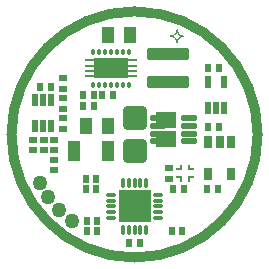
<source format=gts>
G04*
G04 #@! TF.GenerationSoftware,Altium Limited,Altium Designer,18.1.7 (191)*
G04*
G04 Layer_Color=8388736*
%FSLAX25Y25*%
%MOIN*%
G70*
G01*
G75*
%ADD32C,0.03347*%
G04:AMPARAMS|DCode=33|XSize=68.35mil|YSize=53.39mil|CornerRadius=4.02mil|HoleSize=0mil|Usage=FLASHONLY|Rotation=180.000|XOffset=0mil|YOffset=0mil|HoleType=Round|Shape=RoundedRectangle|*
%AMROUNDEDRECTD33*
21,1,0.06835,0.04535,0,0,180.0*
21,1,0.06032,0.05339,0,0,180.0*
1,1,0.00804,-0.03016,0.02268*
1,1,0.00804,0.03016,0.02268*
1,1,0.00804,0.03016,-0.02268*
1,1,0.00804,-0.03016,-0.02268*
%
%ADD33ROUNDEDRECTD33*%
G04:AMPARAMS|DCode=34|XSize=50.24mil|YSize=18.75mil|CornerRadius=2.29mil|HoleSize=0mil|Usage=FLASHONLY|Rotation=180.000|XOffset=0mil|YOffset=0mil|HoleType=Round|Shape=RoundedRectangle|*
%AMROUNDEDRECTD34*
21,1,0.05024,0.01417,0,0,180.0*
21,1,0.04567,0.01875,0,0,180.0*
1,1,0.00458,-0.02284,0.00709*
1,1,0.00458,0.02284,0.00709*
1,1,0.00458,0.02284,-0.00709*
1,1,0.00458,-0.02284,-0.00709*
%
%ADD34ROUNDEDRECTD34*%
%ADD35R,0.01106X0.01106*%
%ADD36R,0.01106X0.01224*%
%ADD37R,0.01224X0.01106*%
%ADD38R,0.01106X0.01106*%
%ADD39R,0.02662X0.01875*%
G04:AMPARAMS|DCode=40|XSize=81.74mil|YSize=81.74mil|CornerRadius=17.25mil|HoleSize=0mil|Usage=FLASHONLY|Rotation=0.000|XOffset=0mil|YOffset=0mil|HoleType=Round|Shape=RoundedRectangle|*
%AMROUNDEDRECTD40*
21,1,0.08174,0.04724,0,0,0.0*
21,1,0.04724,0.08174,0,0,0.0*
1,1,0.03450,0.02362,-0.02362*
1,1,0.03450,-0.02362,-0.02362*
1,1,0.03450,-0.02362,0.02362*
1,1,0.03450,0.02362,0.02362*
%
%ADD40ROUNDEDRECTD40*%
%ADD41R,0.03843X0.05418*%
%ADD42R,0.01875X0.02662*%
%ADD43C,0.05024*%
%ADD44R,0.10930X0.10930*%
%ADD45O,0.01284X0.03450*%
%ADD46O,0.03450X0.01284*%
%ADD47R,0.02662X0.04434*%
%ADD48R,0.01875X0.03843*%
G04:AMPARAMS|DCode=49|XSize=41.58mil|YSize=136.86mil|CornerRadius=3.43mil|HoleSize=0mil|Usage=FLASHONLY|Rotation=270.000|XOffset=0mil|YOffset=0mil|HoleType=Round|Shape=RoundedRectangle|*
%AMROUNDEDRECTD49*
21,1,0.04158,0.13000,0,0,270.0*
21,1,0.03472,0.13686,0,0,270.0*
1,1,0.00686,-0.06500,-0.01736*
1,1,0.00686,-0.06500,0.01736*
1,1,0.00686,0.06500,0.01736*
1,1,0.00686,0.06500,-0.01736*
%
%ADD49ROUNDEDRECTD49*%
%ADD50R,0.03843X0.06993*%
%ADD51R,0.03351X0.01087*%
%ADD52R,0.11521X0.06521*%
%ADD53O,0.01245X0.02662*%
%ADD54C,0.02300*%
G36*
X14375Y35053D02*
X14379Y35021D01*
X14384Y34971D01*
X14393Y34907D01*
X14407Y34829D01*
X14425Y34737D01*
X14452Y34636D01*
X14480Y34526D01*
X14512Y34412D01*
X14558Y34293D01*
X14604Y34173D01*
X14663Y34050D01*
X14732Y33926D01*
X14805Y33807D01*
X14888Y33697D01*
X14984Y33591D01*
X14988Y33587D01*
X15007Y33569D01*
X15044Y33541D01*
X15089Y33504D01*
X15140Y33463D01*
X15208Y33413D01*
X15286Y33362D01*
X15378Y33307D01*
X15479Y33252D01*
X15589Y33197D01*
X15712Y33147D01*
X15845Y33097D01*
X15983Y33051D01*
X16134Y33019D01*
X16294Y32987D01*
X16464Y32973D01*
X16455Y32588D01*
X16446D01*
X16413Y32583D01*
X16363Y32579D01*
X16299Y32570D01*
X16221Y32556D01*
X16134Y32542D01*
X16033Y32515D01*
X15923Y32487D01*
X15809Y32455D01*
X15689Y32409D01*
X15566Y32359D01*
X15442Y32299D01*
X15323Y32235D01*
X15199Y32157D01*
X15085Y32070D01*
X14979Y31974D01*
X14956Y31951D01*
X14929Y31914D01*
X14892Y31878D01*
X14851Y31818D01*
X14805Y31754D01*
X14755Y31676D01*
X14700Y31585D01*
X14645Y31484D01*
X14590Y31374D01*
X14544Y31255D01*
X14494Y31122D01*
X14448Y30984D01*
X14416Y30833D01*
X14384Y30673D01*
X14370Y30503D01*
X13990Y30499D01*
Y30508D01*
X13985Y30540D01*
X13980Y30590D01*
X13971Y30654D01*
X13958Y30732D01*
X13944Y30819D01*
X13916Y30920D01*
X13889Y31030D01*
X13857Y31145D01*
X13811Y31264D01*
X13760Y31387D01*
X13701Y31511D01*
X13632Y31635D01*
X13559Y31754D01*
X13472Y31869D01*
X13371Y31979D01*
X13366Y31983D01*
X13348Y32002D01*
X13311Y32029D01*
X13275Y32066D01*
X13215Y32107D01*
X13147Y32157D01*
X13069Y32208D01*
X12981Y32258D01*
X12881Y32313D01*
X12771Y32368D01*
X12647Y32419D01*
X12519Y32464D01*
X12381Y32510D01*
X12225Y32547D01*
X12070Y32574D01*
X11900Y32588D01*
X11896Y32978D01*
X11905D01*
X11937Y32982D01*
X11987Y32987D01*
X12051Y32996D01*
X12129Y33010D01*
X12216Y33023D01*
X12322Y33046D01*
X12427Y33078D01*
X12542Y33110D01*
X12665Y33152D01*
X12789Y33202D01*
X12908Y33257D01*
X13032Y33326D01*
X13151Y33399D01*
X13270Y33491D01*
X13376Y33587D01*
X13398Y33610D01*
X13426Y33647D01*
X13458Y33688D01*
X13504Y33743D01*
X13550Y33807D01*
X13600Y33885D01*
X13655Y33976D01*
X13710Y34077D01*
X13765Y34187D01*
X13815Y34311D01*
X13861Y34439D01*
X13903Y34581D01*
X13935Y34732D01*
X13967Y34893D01*
X13980Y35062D01*
X14375D01*
Y35053D01*
D02*
G37*
%LPC*%
G36*
X14177Y34105D02*
X14173Y34100D01*
X14168Y34086D01*
X14164Y34063D01*
X14150Y34031D01*
X14136Y33990D01*
X14118Y33944D01*
X14095Y33894D01*
X14067Y33839D01*
X13999Y33715D01*
X13912Y33573D01*
X13802Y33426D01*
X13669Y33285D01*
X13632Y33248D01*
X13600Y33225D01*
X13568Y33193D01*
X13527Y33161D01*
X13481Y33124D01*
X13426Y33078D01*
X13307Y32996D01*
X13169Y32913D01*
X13018Y32845D01*
X12858Y32785D01*
X12862Y32781D01*
X12876Y32776D01*
X12899Y32771D01*
X12931Y32757D01*
X12972Y32744D01*
X13018Y32726D01*
X13069Y32703D01*
X13124Y32675D01*
X13247Y32606D01*
X13385Y32524D01*
X13531Y32414D01*
X13673Y32281D01*
X13678Y32276D01*
X13692Y32263D01*
X13710Y32244D01*
X13738Y32217D01*
X13765Y32180D01*
X13802Y32134D01*
X13838Y32089D01*
X13880Y32038D01*
X13967Y31914D01*
X14049Y31777D01*
X14122Y31621D01*
X14177Y31465D01*
X14182Y31470D01*
X14187Y31484D01*
X14191Y31507D01*
X14205Y31539D01*
X14214Y31575D01*
X14237Y31617D01*
X14260Y31667D01*
X14283Y31727D01*
X14352Y31850D01*
X14443Y31988D01*
X14549Y32130D01*
X14682Y32272D01*
X14746Y32336D01*
X14782Y32364D01*
X14828Y32400D01*
X14874Y32437D01*
X14929Y32483D01*
X15048Y32565D01*
X15190Y32652D01*
X15337Y32726D01*
X15497Y32785D01*
X15493Y32790D01*
X15479Y32794D01*
X15456Y32799D01*
X15424Y32812D01*
X15382Y32826D01*
X15337Y32845D01*
X15286Y32868D01*
X15231Y32895D01*
X15108Y32964D01*
X14966Y33051D01*
X14823Y33156D01*
X14682Y33289D01*
X14677Y33294D01*
X14663Y33307D01*
X14645Y33326D01*
X14622Y33358D01*
X14590Y33390D01*
X14558Y33431D01*
X14521Y33477D01*
X14480Y33527D01*
X14393Y33651D01*
X14310Y33788D01*
X14237Y33944D01*
X14177Y34105D01*
D02*
G37*
%LPD*%
D32*
X41043Y0D02*
G03*
X41043Y0I-41043J0D01*
G01*
D33*
X10551Y-1634D02*
D03*
Y4783D02*
D03*
D34*
X18110Y295D02*
D03*
Y-2264D02*
D03*
Y2854D02*
D03*
Y5413D02*
D03*
X7874D02*
D03*
Y2854D02*
D03*
Y295D02*
D03*
Y-2264D02*
D03*
D35*
X18101Y-14240D02*
D03*
X15542Y-11681D02*
D03*
D36*
X18101Y-15204D02*
D03*
X15542D02*
D03*
Y-10716D02*
D03*
X18101D02*
D03*
D37*
X19066Y-14240D02*
D03*
X14578D02*
D03*
Y-11681D02*
D03*
X19066D02*
D03*
D38*
X15542Y-14240D02*
D03*
X18101Y-11681D02*
D03*
D39*
X11627Y-11188D02*
D03*
Y-14732D02*
D03*
X-23819Y18701D02*
D03*
Y15157D02*
D03*
Y12008D02*
D03*
Y8465D02*
D03*
X-23819Y5315D02*
D03*
Y1772D02*
D03*
X-26772Y-12008D02*
D03*
Y-8465D02*
D03*
X-30315Y-5315D02*
D03*
Y-1772D02*
D03*
X-26772D02*
D03*
Y-5315D02*
D03*
X-33858D02*
D03*
Y-1772D02*
D03*
D40*
X0Y-5512D02*
D03*
Y5512D02*
D03*
D41*
X-1378Y33071D02*
D03*
X-8858Y33071D02*
D03*
X-8858Y2756D02*
D03*
X-16339Y2756D02*
D03*
D42*
X12787Y-18110D02*
D03*
X16331D02*
D03*
X-15945Y-32283D02*
D03*
X-12402D02*
D03*
X-15945Y-28741D02*
D03*
X-12402D02*
D03*
X-16330Y-18110D02*
D03*
X-12787D02*
D03*
Y-14961D02*
D03*
X-16330D02*
D03*
X-1772Y-36221D02*
D03*
X1772D02*
D03*
X12403Y-32283D02*
D03*
X15947D02*
D03*
X27756Y-18110D02*
D03*
X24213D02*
D03*
X28150Y2362D02*
D03*
X24606D02*
D03*
X28150Y22048D02*
D03*
X24606D02*
D03*
X-13583Y9449D02*
D03*
X-17126D02*
D03*
X-13583Y12992D02*
D03*
X-17126D02*
D03*
X-7283Y12992D02*
D03*
X-10827D02*
D03*
X-27953Y15748D02*
D03*
X-31496D02*
D03*
D43*
X-28772Y-20697D02*
D03*
X-25055Y-25055D02*
D03*
X-20695Y-28772D02*
D03*
X-31571Y-16086D02*
D03*
D44*
X0Y-24016D02*
D03*
D45*
X-3937Y-16142D02*
D03*
X-1969D02*
D03*
X0D02*
D03*
X1969D02*
D03*
X3937D02*
D03*
Y-31890D02*
D03*
X1969D02*
D03*
X0D02*
D03*
X-1969D02*
D03*
X-3937D02*
D03*
D46*
X7874Y-20079D02*
D03*
Y-22047D02*
D03*
Y-24016D02*
D03*
Y-25984D02*
D03*
Y-27953D02*
D03*
X-7874D02*
D03*
Y-25984D02*
D03*
Y-24016D02*
D03*
Y-22047D02*
D03*
Y-20079D02*
D03*
D47*
X32087Y-2559D02*
D03*
X28346D02*
D03*
X24606D02*
D03*
Y-13189D02*
D03*
X32087D02*
D03*
D48*
X24606Y8661D02*
D03*
X27165D02*
D03*
X29724D02*
D03*
Y17323D02*
D03*
X24606D02*
D03*
X-33071Y2756D02*
D03*
X-30512D02*
D03*
X-27953D02*
D03*
Y11417D02*
D03*
X-33071D02*
D03*
X-30512D02*
D03*
D49*
X11024Y26713D02*
D03*
Y17382D02*
D03*
D50*
X-8858Y-5512D02*
D03*
X-20276D02*
D03*
D51*
X-738Y24764D02*
D03*
Y22953D02*
D03*
Y21142D02*
D03*
Y19331D02*
D03*
X-15010D02*
D03*
Y21142D02*
D03*
Y22953D02*
D03*
Y24764D02*
D03*
D52*
X-7874Y22047D02*
D03*
D53*
X-13780Y27559D02*
D03*
X-11811D02*
D03*
X-9843D02*
D03*
X-7874D02*
D03*
X-5906D02*
D03*
X-3937D02*
D03*
X-1969D02*
D03*
Y16535D02*
D03*
X-3937D02*
D03*
X-5906D02*
D03*
X-7874D02*
D03*
X-9843D02*
D03*
X-11811D02*
D03*
X-13780D02*
D03*
D54*
X-7874Y20079D02*
D03*
Y24016D02*
D03*
X2559Y-26969D02*
D03*
X-5906Y22047D02*
D03*
X-9843D02*
D03*
X-11811Y20079D02*
D03*
X-3937D02*
D03*
Y24016D02*
D03*
X-11811D02*
D03*
M02*

</source>
